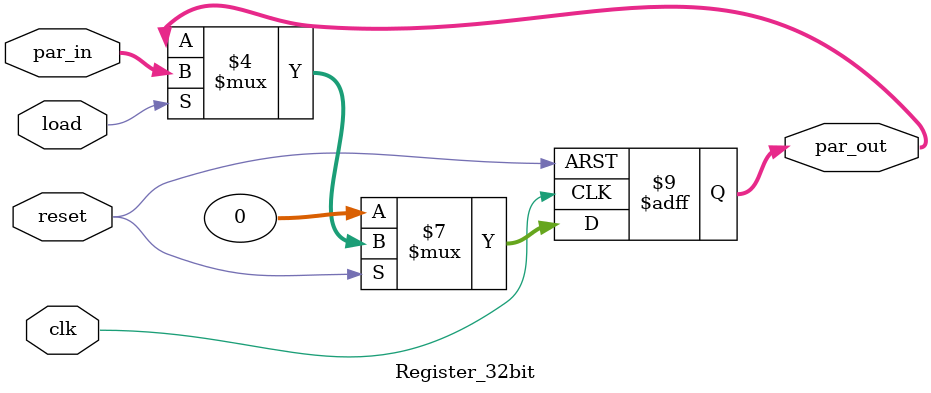
<source format=v>


`timescale 1ns/10ps

module Register_32bit (
    clk,
    reset,
    load,
    par_in,
    par_out
);


input clk;
input reset;
input load;
input [31:0] par_in;
output [31:0] par_out;
reg [31:0] par_out;




always @(posedge clk, negedge reset) begin: REGISTER_32BIT_SEQ
    if (reset == 0) begin
        par_out <= 0;
    end
    else begin
        if ((reset == 0)) begin
            par_out <= 0;
        end
        else if (load) begin
            par_out <= par_in;
        end
    end
end

endmodule

</source>
